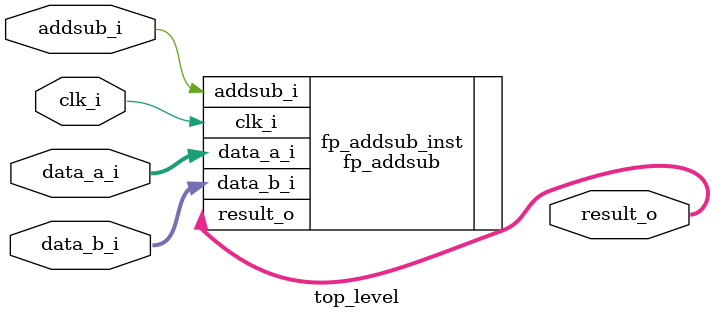
<source format=sv>

module top_level (
  input         clk_i,
  input         addsub_i,
  input  [31:0] data_a_i,
                data_b_i,
  output [31:0] result_o
);

  fp_addsub #(
    .EXPONENT_WIDTH(8),
    .MANTISSA_WIDTH(24)
  ) fp_addsub_inst (
    .clk_i   (clk_i),
    .addsub_i(addsub_i),
    .data_a_i(data_a_i),
    .data_b_i(data_b_i),
    .result_o(result_o)
  );

endmodule

</source>
